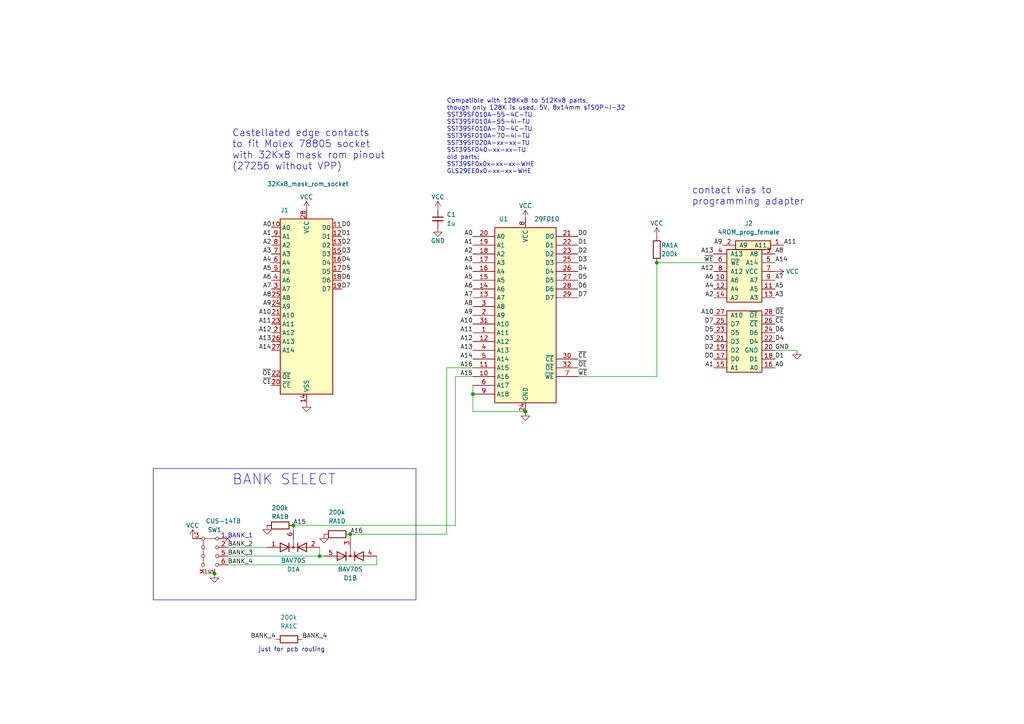
<source format=kicad_sch>
(kicad_sch (version 20231120) (generator "eeschema") (generator_version "8.0")
  (paper "A4")
  (title_block (title "M4ROM 27256") (date "2025-02-21") (rev "005") (company "Brian K. White b.kenyon.w@gmail.com") (comment 1 "CC-BY-SA") (comment 2 "4-bank ROM for 78805 socket with standard mask rom JEDEC pinout"))
  (lib_symbols
    (symbol "000_LOCAL:29F040"
      (property "Reference" "U" (at -8.128 24.384 0))
      (property "Value" "29F040" (at 1.016 24.384 0))
      (symbol "29F040_0_1"
        (rectangle (start -8.89 22.86) (end 8.89 -27.94) (stroke (width 0.254)) (fill (type background)))
      )
      (symbol "29F040_1_1"
        (pin input line (at -15.24 -7.62 0) (length 6.35) (name "A11") (number "1"))
        (pin input line (at -15.24 -20.32 0) (length 6.35) (name "A16") (number "10"))
        (pin input line (at -15.24 -17.78 0) (length 6.35) (name "A15") (number "11"))
        (pin input line (at -15.24 -10.16 0) (length 6.35) (name "A12") (number "12"))
        (pin input line (at -15.24 2.54 0) (length 6.35) (name "A7") (number "13"))
        (pin input line (at -15.24 5.08 0) (length 6.35) (name "A6") (number "14"))
        (pin input line (at -15.24 7.62 0) (length 6.35) (name "A5") (number "15"))
        (pin input line (at -15.24 10.16 0) (length 6.35) (name "A4") (number "16"))
        (pin input line (at -15.24 12.7 0) (length 6.35) (name "A3") (number "17"))
        (pin input line (at -15.24 15.24 0) (length 6.35) (name "A2") (number "18"))
        (pin input line (at -15.24 17.78 0) (length 6.35) (name "A1") (number "19"))
        (pin input line (at -15.24 -2.54 0) (length 6.35) (name "A9") (number "2"))
        (pin input line (at -15.24 20.32 0) (length 6.35) (name "A0") (number "20"))
        (pin tri_state line (at 15.24 20.32 180) (length 6.35) (name "D0") (number "21"))
        (pin tri_state line (at 15.24 17.78 180) (length 6.35) (name "D1") (number "22"))
        (pin tri_state line (at 15.24 15.24 180) (length 6.35) (name "D2") (number "23"))
        (pin input line (at 0 -30.48 90) (length 2.54) (name "GND") (number "24"))
        (pin tri_state line (at 15.24 12.7 180) (length 6.35) (name "D3") (number "25"))
        (pin tri_state line (at 15.24 10.16 180) (length 6.35) (name "D4") (number "26"))
        (pin tri_state line (at 15.24 7.62 180) (length 6.35) (name "D5") (number "27"))
        (pin tri_state line (at 15.24 5.08 180) (length 6.35) (name "D6") (number "28"))
        (pin tri_state line (at 15.24 2.54 180) (length 6.35) (name "D7") (number "29"))
        (pin input line (at -15.24 0 0) (length 6.35) (name "A8") (number "3"))
        (pin input line (at 15.24 -15.24 180) (length 6.35) (name "~{CE}") (number "30"))
        (pin input line (at -15.24 -5.08 0) (length 6.35) (name "A10") (number "31"))
        (pin input line (at 15.24 -17.78 180) (length 6.35) (name "~{OE}") (number "32"))
        (pin input line (at -15.24 -12.7 0) (length 6.35) (name "A13") (number "4"))
        (pin input line (at -15.24 -15.24 0) (length 6.35) (name "A14") (number "5"))
        (pin input line (at -15.24 -22.86 0) (length 6.35) (name "A17") (number "6"))
        (pin input line (at 15.24 -20.32 180) (length 6.35) (name "~{WE}") (number "7"))
        (pin input line (at 0 25.4 270) (length 2.54) (name "VCC") (number "8"))
        (pin input line (at -15.24 -25.4 0) (length 6.35) (name "A18") (number "9"))
      )
    )
    (symbol "000_LOCAL:32Kx8_mask_rom_socket"
      (property "Reference" "U" (at -7.62 26.67 0))
      (property "Value" "32Kx8_mask_rom_socket" (at 0.762 26.67 0))
      (symbol "32Kx8_mask_rom_socket_1_1"
        (rectangle (start -7.62 25.4) (end 7.62 -25.4) (stroke (width 0.254)) (fill (type background)))
        (pin no_connect line (at -7.62 -17.78 0) (length 2.54) hide (name "NC(VPP)") (number "1"))
        (pin output line (at -10.16 22.86 0) (length 2.54) (name "A0") (number "10"))
        (pin tri_state line (at 10.16 22.86 180) (length 2.54) (name "D0") (number "11"))
        (pin tri_state line (at 10.16 20.32 180) (length 2.54) (name "D1") (number "12"))
        (pin tri_state line (at 10.16 17.78 180) (length 2.54) (name "D2") (number "13"))
        (pin power_out line (at 0 -27.94 90) (length 2.54) (name "VSS") (number "14"))
        (pin tri_state line (at 10.16 15.24 180) (length 2.54) (name "D3") (number "15"))
        (pin tri_state line (at 10.16 12.7 180) (length 2.54) (name "D4") (number "16"))
        (pin tri_state line (at 10.16 10.16 180) (length 2.54) (name "D5") (number "17"))
        (pin tri_state line (at 10.16 7.62 180) (length 2.54) (name "D6") (number "18"))
        (pin tri_state line (at 10.16 5.08 180) (length 2.54) (name "D7") (number "19"))
        (pin output line (at -10.16 -7.62 0) (length 2.54) (name "A12") (number "2"))
        (pin output line (at -10.16 -22.86 0) (length 2.54) (name "~{CE}") (number "20"))
        (pin output line (at -10.16 -2.54 0) (length 2.54) (name "A10") (number "21"))
        (pin output line (at -10.16 -20.32 0) (length 2.54) (name "~{OE}") (number "22"))
        (pin output line (at -10.16 -5.08 0) (length 2.54) (name "A11") (number "23"))
        (pin output line (at -10.16 0 0) (length 2.54) (name "A9") (number "24"))
        (pin output line (at -10.16 2.54 0) (length 2.54) (name "A8") (number "25"))
        (pin output line (at -10.16 -10.16 0) (length 2.54) (name "A13") (number "26"))
        (pin output line (at -10.16 -12.7 0) (length 2.54) (name "A14") (number "27"))
        (pin power_out line (at 0 27.94 270) (length 2.54) (name "VCC") (number "28"))
        (pin output line (at -10.16 5.08 0) (length 2.54) (name "A7") (number "3"))
        (pin output line (at -10.16 7.62 0) (length 2.54) (name "A6") (number "4"))
        (pin output line (at -10.16 10.16 0) (length 2.54) (name "A5") (number "5"))
        (pin output line (at -10.16 12.7 0) (length 2.54) (name "A4") (number "6"))
        (pin output line (at -10.16 15.24 0) (length 2.54) (name "A3") (number "7"))
        (pin output line (at -10.16 17.78 0) (length 2.54) (name "A2") (number "8"))
        (pin output line (at -10.16 20.32 0) (length 2.54) (name "A1") (number "9"))
      )
    )
    (symbol "000_LOCAL:4ROM_prog" (pin_names (offset 1.016))
      (property "Reference" "J" (at 0 20.32 0))
      (property "Value" "4ROM_prog" (at 0 -20.32 0))
      (symbol "4ROM_prog_1_1"
        (rectangle (start -5.08 -1.27) (end 5.08 -19.05) (stroke (width 0.254)) (fill (type background)))
        (rectangle (start -5.08 16.51) (end 5.08 1.27) (stroke (width 0.254)) (fill (type background)))
        (rectangle (start -2.54 19.05) (end 7.62 16.51) (stroke (width 0.254)) (fill (type background)))
        (pin passive line (at 11.43 17.78 180) (length 3.81) (name "A11") (number "1"))
        (pin passive line (at -8.89 7.62 0) (length 3.81) (name "A6") (number "10"))
        (pin passive line (at 8.89 5.08 180) (length 3.81) (name "A5") (number "11"))
        (pin passive line (at -8.89 5.08 0) (length 3.81) (name "A4") (number "12"))
        (pin passive line (at 8.89 2.54 180) (length 3.81) (name "A3") (number "13"))
        (pin passive line (at -8.89 2.54 0) (length 3.81) (name "A2") (number "14"))
        (pin passive line (at -8.89 -17.78 0) (length 3.81) (name "A1") (number "15"))
        (pin passive line (at 8.89 -17.78 180) (length 3.81) (name "A0") (number "16"))
        (pin passive line (at -8.89 -15.24 0) (length 3.81) (name "D0") (number "17"))
        (pin passive line (at 8.89 -15.24 180) (length 3.81) (name "D1") (number "18"))
        (pin passive line (at -8.89 -12.7 0) (length 3.81) (name "D2") (number "19"))
        (pin passive line (at -6.35 17.78 0) (length 3.81) (name "A9") (number "2"))
        (pin passive line (at 8.89 -12.7 180) (length 3.81) (name "GND") (number "20"))
        (pin passive line (at -8.89 -10.16 0) (length 3.81) (name "D3") (number "21"))
        (pin passive line (at 8.89 -10.16 180) (length 3.81) (name "D4") (number "22"))
        (pin passive line (at -8.89 -7.62 0) (length 3.81) (name "D5") (number "23"))
        (pin passive line (at 8.89 -7.62 180) (length 3.81) (name "D6") (number "24"))
        (pin passive line (at -8.89 -5.08 0) (length 3.81) (name "D7") (number "25"))
        (pin passive line (at 8.89 -5.08 180) (length 3.81) (name "~{CE}") (number "26"))
        (pin passive line (at -8.89 -2.54 0) (length 3.81) (name "A10") (number "27"))
        (pin passive line (at 8.89 -2.54 180) (length 3.81) (name "~{OE}") (number "28"))
        (pin passive line (at 8.89 15.24 180) (length 3.81) (name "A8") (number "3"))
        (pin passive line (at -8.89 15.24 0) (length 3.81) (name "A13") (number "4"))
        (pin passive line (at 8.89 12.7 180) (length 3.81) (name "A14") (number "5"))
        (pin passive line (at -8.89 12.7 0) (length 3.81) (name "~{WE}") (number "6"))
        (pin passive line (at 8.89 10.16 180) (length 3.81) (name "VCC") (number "7"))
        (pin passive line (at -8.89 10.16 0) (length 3.81) (name "A12") (number "8"))
        (pin passive line (at 8.89 7.62 180) (length 3.81) (name "A7") (number "9"))
      )
    )
    (symbol "000_LOCAL:BAV70S" (pin_names (offset 0.762) hide)
      (property "Reference" "D" (at 0.635 -2.54 0))
      (property "Value" "BAV70S" (at 0 2.54 0))
      (symbol "BAV70S_0_1"
        (polyline (pts (xy -3.81 0) (xy 3.81 0)))
        (polyline (pts (xy 0 0) (xy 0 -2.54)))
        (polyline (pts (xy -1.27 -1.27) (xy -1.27 1.27) (xy -1.27 1.27)) (stroke (width 0.254)))
        (polyline (pts (xy 1.27 -1.27) (xy 1.27 1.27) (xy 1.27 1.27)) (stroke (width 0.254)))
        (polyline (pts (xy -3.81 1.27) (xy -1.27 0) (xy -3.81 -1.27) (xy -3.81 1.27) (xy -3.81 1.27) (xy -3.81 1.27)) (stroke (width 0.254)))
        (polyline (pts (xy 3.81 -1.27) (xy 1.27 0) (xy 3.81 1.27) (xy 3.81 -1.27) (xy 3.81 -1.27) (xy 3.81 -1.27)) (stroke (width 0.254)))
        (circle (center 0 0) (radius 0.254) (fill (type outline)))
      )
      (symbol "BAV70S_1_1"
        (pin passive line (at -7.62 0 0) (length 3.81) (name "A") (number "1"))
        (pin passive line (at 7.62 0 180) (length 3.81) (name "A") (number "2"))
        (pin passive line (at 0 -5.08 90) (length 2.54) (name "K") (number "6"))
      )
      (symbol "BAV70S_2_1"
        (pin passive line (at 0 -5.08 90) (length 2.54) (name "K") (number "3"))
        (pin passive line (at -7.62 0 0) (length 3.81) (name "A") (number "4"))
        (pin passive line (at 7.62 0 180) (length 3.81) (name "A") (number "5"))
      )
    )
    (symbol "000_LOCAL:C" (pin_numbers hide) (pin_names (offset 0.254) hide)
      (property "Reference" "C" (at 0.254 1.778 0))
      (property "Value" "C" (at 0.254 -2.032 0))
      (symbol "C_0_1"
        (polyline (pts (xy -1.524 -0.508) (xy 1.524 -0.508)) (stroke (width 0.3302)))
        (polyline (pts (xy -1.524 0.508) (xy 1.524 0.508)) (stroke (width 0.3048)))
      )
      (symbol "C_1_1"
        (pin passive line (at 0 2.54 270) (length 2.032) (name "~") (number "1"))
        (pin passive line (at 0 -2.54 90) (length 2.032) (name "~") (number "2"))
      )
    )
    (symbol "000_LOCAL:GND" (power) (pin_names (offset 0))
      (property "Value" "GND" (at 0 -3.81 0))
      (symbol "GND_0_1"
        (polyline (pts (xy 0 0) (xy 0 -1.27) (xy 1.27 -1.27) (xy 0 -2.54) (xy -1.27 -1.27) (xy 0 -1.27)))
      )
      (symbol "GND_1_1"
        (pin power_in line (at 0 0 270) (length 0) hide (name "GND") (number "1"))
      )
    )
    (symbol "000_LOCAL:R_Array_04" (pin_numbers hide) (pin_names (offset 0) hide)
      (property "Reference" "RA" (at 2.032 0 90))
      (property "Value" "R_Array_04" (at -2.032 0 90))
      (symbol "R_Array_04_0_1"
        (rectangle (start 1.016 2.54) (end -1.016 -2.54) (stroke (width 0.254)))
      )
      (symbol "R_Array_04_1_1"
        (pin passive line (at 0 3.81 270) (length 1.27) (name "R1.1") (number "1"))
        (pin passive line (at 0 -3.81 90) (length 1.27) (name "R1.2") (number "8"))
      )
      (symbol "R_Array_04_2_1"
        (pin passive line (at 0 3.81 270) (length 1.27) (name "R2.1") (number "2"))
        (pin passive line (at 0 -3.81 90) (length 1.27) (name "R2.2") (number "7"))
      )
      (symbol "R_Array_04_3_1"
        (pin passive line (at 0 3.81 270) (length 1.27) (name "R3.1") (number "3"))
        (pin passive line (at 0 -3.81 90) (length 1.27) (name "R3.2") (number "6"))
      )
      (symbol "R_Array_04_4_1"
        (pin passive line (at 0 3.81 270) (length 1.27) (name "R4.1") (number "4"))
        (pin passive line (at 0 -3.81 90) (length 1.27) (name "R4.2") (number "5"))
      )
    )
    (symbol "000_LOCAL:SW_1P4T_CUS-14B_-_PTH" (pin_names (offset 0) hide)
      (property "Reference" "SW" (at 0 6.35 0))
      (property "Value" "SW_1P4T_CUS-14B_-_PTH" (at 0 8.89 0))
      (symbol "SW_1P4T_CUS-14B_-_PTH_0_1"
        (circle (center -2.032 -3.81) (radius 0.4572))
        (circle (center -2.032 -1.27) (radius 0.4572))
        (circle (center -2.032 1.27) (radius 0.4572))
        (circle (center -2.032 3.81) (radius 0.4572))
        (polyline (pts (xy -2.032 -1.778) (xy -2.032 -3.302)) (stroke (width 0.1524)))
        (polyline (pts (xy -2.032 0.762) (xy -2.032 -0.762)) (stroke (width 0.1524)))
        (polyline (pts (xy -2.032 3.302) (xy -2.032 1.778)) (stroke (width 0.1524)))
        (polyline (pts (xy -1.524 3.81) (xy 1.524 3.81)) (stroke (width 0.1524)))
        (circle (center 2.032 -3.81) (radius 0.4572))
        (circle (center 2.032 -1.27) (radius 0.4572))
        (circle (center 2.032 1.27) (radius 0.4572))
        (circle (center 2.032 3.81) (radius 0.4572))
      )
      (symbol "SW_1P4T_CUS-14B_-_PTH_1_1"
        (pin passive line (at 5.08 3.81 180) (length 2.54) (name "1") (number "1"))
        (pin passive line (at 5.08 1.27 180) (length 2.54) (name "2") (number "2"))
        (pin passive line (at -5.08 3.81 0) (length 2.54) (name "C") (number "3"))
        (pin passive line (at -5.08 3.81 0) (length 2.54) hide (name "C") (number "4"))
        (pin passive line (at 5.08 -1.27 180) (length 2.54) (name "5") (number "5"))
        (pin passive line (at 5.08 -3.81 180) (length 2.54) (name "6") (number "6"))
        (pin passive line (at -1.27 -6.35 90) (length 1.27) (name "M") (number "M"))
        (pin passive line (at 1.27 -6.35 90) (length 1.27) (name "S") (number "S"))
      )
    )
    (symbol "000_LOCAL:VCC" (power) (pin_names (offset 0))
      (property "Value" "VCC" (at 0 3.81 0))
      (symbol "VCC_0_1"
        (polyline (pts (xy -0.762 1.27) (xy 0 2.54)))
        (polyline (pts (xy 0 0) (xy 0 2.54)))
        (polyline (pts (xy 0 2.54) (xy 0.762 1.27)))
      )
      (symbol "VCC_1_1"
        (pin power_in line (at 0 0 90) (length 0) hide (name "VCC") (number "1"))
      )
    )
    (symbol "0_LOCAL:GND" (power) (pin_names (offset 0))
      (property "Value" "GND" (at 0 -3.81 0))
      (symbol "GND_0_1"
        (polyline (pts (xy 0 0) (xy 0 -1.27) (xy 1.27 -1.27) (xy 0 -2.54) (xy -1.27 -1.27) (xy 0 -1.27)))
      )
      (symbol "GND_1_1"
        (pin power_in line (at 0 0 270) (length 0) hide (name "GND") (number "1"))
      )
    )
    (symbol "BAV70S_1" (pin_names (offset 0.762) hide)
      (property "Reference" "D" (at 0.635 -2.54 0))
      (property "Value" "BAV70S" (at 0 2.54 0))
      (symbol "BAV70S_1_0_1"
        (polyline (pts (xy -3.81 0) (xy 3.81 0)))
        (polyline (pts (xy 0 0) (xy 0 -2.54)))
        (polyline (pts (xy -1.27 -1.27) (xy -1.27 1.27) (xy -1.27 1.27)) (stroke (width 0.254)))
        (polyline (pts (xy 1.27 -1.27) (xy 1.27 1.27) (xy 1.27 1.27)) (stroke (width 0.254)))
        (polyline (pts (xy -3.81 1.27) (xy -1.27 0) (xy -3.81 -1.27) (xy -3.81 1.27) (xy -3.81 1.27) (xy -3.81 1.27)) (stroke (width 0.254)))
        (polyline (pts (xy 3.81 -1.27) (xy 1.27 0) (xy 3.81 1.27) (xy 3.81 -1.27) (xy 3.81 -1.27) (xy 3.81 -1.27)) (stroke (width 0.254)))
        (circle (center 0 0) (radius 0.254) (fill (type outline)))
      )
      (symbol "BAV70S_1_1_1"
        (pin passive line (at -7.62 0 0) (length 3.81) (name "A") (number "1"))
        (pin passive line (at 7.62 0 180) (length 3.81) (name "A") (number "2"))
        (pin passive line (at 0 -5.08 90) (length 2.54) (name "K") (number "6"))
      )
      (symbol "BAV70S_1_2_1"
        (pin passive line (at 0 -5.08 90) (length 2.54) (name "K") (number "3"))
        (pin passive line (at -7.62 0 0) (length 3.81) (name "A") (number "4"))
        (pin passive line (at 7.62 0 180) (length 3.81) (name "A") (number "5"))
      )
    )
    (symbol "power:VCC" (power) (pin_names (offset 0))
      (property "Value" "VCC" (at 0 3.81 0))
      (symbol "VCC_0_1"
        (polyline (pts (xy -0.762 1.27) (xy 0 2.54)))
        (polyline (pts (xy 0 0) (xy 0 2.54)))
        (polyline (pts (xy 0 2.54) (xy 0.762 1.27)))
      )
      (symbol "VCC_1_1"
        (pin power_in line (at 0 0 90) (length 0) hide (name "VCC") (number "1"))
      )
    )
  )
  (junction (at 85.09 152.4))
  (junction (at 152.4 119.38))
  (junction (at 62.23 166.37))
  (junction (at 101.6 154.94))
  (junction (at 92.71 161.29))
  (junction (at 190.5 76.2))
  (junction (at 137.16 114.3))
  (no_connect (at 66.04 156.21))
  (wire (pts (xy 129.54 106.68) (xy 137.16 106.68)))
  (wire (pts (xy 66.04 163.83) (xy 109.22 163.83)))
  (polyline (pts (xy 44.45 135.89) (xy 120.65 135.89)))
  (wire (pts (xy 85.09 152.4) (xy 85.09 153.67)))
  (polyline (pts (xy 44.45 135.89) (xy 44.45 173.99)))
  (wire (pts (xy 85.09 152.4) (xy 132.08 152.4)))
  (wire (pts (xy 132.08 109.22) (xy 132.08 152.4)))
  (wire (pts (xy 137.16 119.38) (xy 152.4 119.38)))
  (wire (pts (xy 190.5 76.2) (xy 207.01 76.2)))
  (wire (pts (xy 66.04 158.75) (xy 77.47 158.75)))
  (wire (pts (xy 59.69 166.37) (xy 62.23 166.37)))
  (wire (pts (xy 92.71 161.29) (xy 93.98 161.29)))
  (wire (pts (xy 224.79 101.6) (xy 231.14 101.6)))
  (wire (pts (xy 92.71 158.75) (xy 92.71 161.29)))
  (wire (pts (xy 190.5 109.22) (xy 190.5 76.2)))
  (wire (pts (xy 129.54 106.68) (xy 129.54 154.94)))
  (wire (pts (xy 101.6 154.94) (xy 129.54 154.94)))
  (wire (pts (xy 109.22 163.83) (xy 109.22 161.29)))
  (polyline (pts (xy 44.45 173.99) (xy 120.65 173.99)))
  (wire (pts (xy 137.16 114.3) (xy 137.16 119.38)))
  (wire (pts (xy 66.04 161.29) (xy 92.71 161.29)))
  (wire (pts (xy 137.16 111.76) (xy 137.16 114.3)))
  (polyline (pts (xy 120.65 173.99) (xy 120.65 135.89)))
  (wire (pts (xy 132.08 109.22) (xy 137.16 109.22)))
  (wire (pts (xy 101.6 154.94) (xy 101.6 156.21)))
  (wire (pts (xy 167.64 109.22) (xy 190.5 109.22)))
  (text "Castellated edge contacts\nto fit Molex 78805 socket\nwith 32Kx8 mask rom pinout\n(27256 without VPP)" (at 67.31 49.53 0) (effects (font (size 2 2)) (justify left bottom)))
  (text "BANK_1" (at 66.04 156.21 0) (effects (font (size 1.27 1.27)) (justify left bottom)))
  (text "Compatible with 128Kx8 to 512Kx8 parts,\nthough only 128K is used. 5V. 8x14mm sTSOP-I-32\nSST39SF010A-55-4C-TU\nSST39SF010A-55-4I-TU\nSST39SF010A-70-4C-TU\nSST39SF010A-70-4I-TU\nSST39SF020A-xx-xx-TU\nSST39SF040-xx-xx-TU\nold parts:\nSST39SF0x0x-xx-xx-WHE\nGLS29EE0x0-xx-xx-WHE" (at 129.54 50.546 0) (effects (font (size 1.27 1.27)) (justify left bottom)))
  (text "just for pcb routing" (at 74.93 189.23 0) (effects (font (size 1.27 1.27)) (justify left bottom)))
  (text "contact vias to\nprogramming adapter" (at 200.66 59.69 0) (effects (font (size 2 2)) (justify left bottom)))
  (text "BANK SELECT" (at 67.31 140.97 0) (effects (font (size 3 3)) (justify left bottom)))
  (label "A6" (at 137.16 83.82 180))
  (label "D7" (at 207.01 93.98 180))
  (label "D6" (at 99.06 81.28 0))
  (label "BANK_4" (at 80.01 185.42 180))
  (label "A11" (at 78.74 93.98 180))
  (label "~{OE}" (at 167.64 106.68 0))
  (label "A11" (at 227.33 71.12 0))
  (label "~{OE}" (at 78.74 109.22 180))
  (label "A10" (at 207.01 91.44 180))
  (label "D4" (at 99.06 76.2 0))
  (label "A16" (at 101.6 154.94 0))
  (label "A9" (at 137.16 91.44 180))
  (label "GND" (at 224.79 101.6 0))
  (label "D0" (at 207.01 104.14 180))
  (label "BANK_3" (at 66.04 161.29 0))
  (label "A12" (at 137.16 99.06 180))
  (label "D6" (at 167.64 83.82 0))
  (label "A5" (at 78.74 78.74 180))
  (label "A14" (at 78.74 101.6 180))
  (label "A13" (at 207.01 73.66 180))
  (label "BANK_4" (at 66.04 163.83 0))
  (label "D5" (at 167.64 81.28 0))
  (label "D5" (at 207.01 96.52 180))
  (label "A2" (at 207.01 86.36 180))
  (label "A2" (at 137.16 73.66 180))
  (label "D0" (at 99.06 66.04 0))
  (label "A6" (at 207.01 81.28 180))
  (label "~{CE}" (at 78.74 111.76 180))
  (label "A12" (at 78.74 96.52 180))
  (label "D3" (at 99.06 73.66 0))
  (label "A15" (at 137.16 109.22 180))
  (label "A0" (at 78.74 66.04 180))
  (label "D3" (at 207.01 99.06 180))
  (label "A14" (at 137.16 104.14 180))
  (label "A4" (at 207.01 83.82 180))
  (label "D2" (at 99.06 71.12 0))
  (label "D7" (at 167.64 86.36 0))
  (label "A9" (at 78.74 88.9 180))
  (label "A3" (at 137.16 76.2 180))
  (label "D6" (at 224.79 96.52 0))
  (label "D0" (at 167.64 68.58 0))
  (label "A4" (at 137.16 78.74 180))
  (label "A3" (at 224.79 86.36 0))
  (label "~{WE}" (at 167.64 109.22 0))
  (label "A10" (at 137.16 93.98 180))
  (label "~{CE}" (at 167.64 104.14 0))
  (label "A7" (at 78.74 83.82 180))
  (label "A8" (at 137.16 88.9 180))
  (label "A2" (at 78.74 71.12 180))
  (label "A13" (at 78.74 99.06 180))
  (label "D2" (at 167.64 73.66 0))
  (label "A11" (at 137.16 96.52 180))
  (label "D7" (at 99.06 83.82 0))
  (label "A3" (at 78.74 73.66 180))
  (label "A10" (at 78.74 91.44 180))
  (label "A4" (at 78.74 76.2 180))
  (label "D2" (at 207.01 101.6 180))
  (label "D1" (at 224.79 104.14 0))
  (label "D1" (at 99.06 68.58 0))
  (label "A7" (at 137.16 86.36 180))
  (label "A1" (at 78.74 68.58 180))
  (label "A13" (at 137.16 101.6 180))
  (label "~{WE}" (at 207.01 76.2 180))
  (label "~{CE}" (at 224.79 93.98 0))
  (label "A5" (at 137.16 81.28 180))
  (label "D5" (at 99.06 78.74 0))
  (label "A0" (at 137.16 68.58 180))
  (label "A15" (at 85.09 152.4 0))
  (label "~{OE}" (at 224.79 91.44 0))
  (label "D4" (at 167.64 78.74 0))
  (label "A9" (at 209.55 71.12 180))
  (label "A8" (at 78.74 86.36 180))
  (label "A12" (at 207.01 78.74 180))
  (label "A16" (at 137.16 106.68 180))
  (label "A6" (at 78.74 81.28 180))
  (label "A0" (at 224.79 106.68 0))
  (label "BANK_2" (at 66.04 158.75 0))
  (label "A5" (at 224.79 83.82 0))
  (label "A1" (at 207.01 106.68 180))
  (label "D4" (at 224.79 99.06 0))
  (label "A8" (at 224.79 73.66 0))
  (label "D3" (at 167.64 76.2 0))
  (label "D1" (at 167.64 71.12 0))
  (label "BANK_4" (at 87.63 185.42 0))
  (label "A7" (at 224.79 81.28 0))
  (label "A14" (at 224.79 76.2 0))
  (label "A1" (at 137.16 71.12 180))
  (symbol (lib_id "000_LOCAL:29F040") (at 152.4 88.9 0) (unit 1)
    (property "Reference" "U1" (at 146.05 63.5 0))
    (property "Value" "29F010" (at 154.94 63.5 0) (effects (justify left)))
    (property "Footprint" "000_LOCAL:TSOP32-14mm" (effects (hide yes)))
    (property "Datasheet" "datasheets/29F040.pdf" (effects (hide yes)))
    (property "Description" "IC FLASH 128K-512Kx8 5V PARALLEL 32TSOP 8x14mm" (effects (hide yes)))
    (property "MPN" "SST39SF010A-70-4C-TU" (effects (hide yes)))
  )
  (symbol (lib_id "000_LOCAL:32Kx8_mask_rom_socket") (at 88.9 88.9 0) (unit 1) (in_bom no)
    (property "Reference" "J1" (at 82.55 60.96 0))
    (property "Value" "32Kx8_mask_rom_socket" (at 77.47 53.34 0) (effects (justify left)))
    (property "Footprint" "000_LOCAL:Molex78802_PCB_28" (effects (hide yes)))
  )
  (symbol (lib_id "000_LOCAL:VCC") (at 152.4 63.5 0) (unit 1)
    (property "Reference" "#PWR0101" (effects (hide yes)))
    (property "Value" "VCC" (at 152.4 59.69 0))
  )
  (symbol (lib_id "000_LOCAL:VCC") (at 88.9 60.96 0) (unit 1)
    (property "Reference" "#PWR0102" (effects (hide yes)))
    (property "Value" "VCC" (at 88.9 57.15 0))
  )
  (symbol (lib_id "000_LOCAL:VCC") (at 190.5 68.58 0) (mirror y) (unit 1)
    (property "Reference" "#PWR0105" (effects (hide yes)))
    (property "Value" "VCC" (at 190.5 64.77 0))
  )
  (symbol (lib_id "000_LOCAL:R_Array_04") (at 190.5 72.39 0) (mirror x) (unit 1)
    (property "Reference" "RA1" (at 191.77 71.12 0) (effects (justify left)))
    (property "Value" "200k" (at 191.77 73.66 0) (effects (justify left)))
    (property "Footprint" "000_LOCAL:R_Array_Convex_4x0612" (effects (hide yes)))
    (property "Datasheet" "datasheets/YC164.pdf" (effects (hide yes)))
    (property "Description" "RES ARRAY 4 x 200K isolated 1206 4x0612 convex" (effects (hide yes)))
    (property "MPN" "YC164-JR-07200KL" (effects (hide yes)))
  )
  (symbol (lib_id "000_LOCAL:SW_1P4T_CUS-14B_-_PTH") (at 60.96 160.02 0) (unit 1)
    (property "Reference" "SW1" (at 62.23 153.67 0))
    (property "Value" "CUS-14TB" (at 64.77 151.13 0))
    (property "Footprint" "000_LOCAL:SW_SP4T_CUS-14B - PTH" (effects (hide yes)))
    (property "Datasheet" "datasheets/cus.pdf" (effects (hide yes)))
    (property "Description" "CUS-14TB Switch, 4 position, single pole 4 throw, 4 position switch, SP4T" (effects (hide yes)))
    (property "MPN" "CUS-14TB" (effects (hide yes)))
  )
  (symbol (lib_name "BAV70S_1") (lib_id "000_LOCAL:BAV70S") (at 85.09 158.75 0) (mirror x) (unit 1)
    (property "Reference" "D1" (at 85.09 165.1 0))
    (property "Value" "BAV70S" (at 85.09 162.56 0))
    (property "Footprint" "000_LOCAL:TSSOP-6-symmetric" (effects (hide yes)))
    (property "Datasheet" "datasheets/BAV70S.pdf" (effects (hide yes)))
    (property "Description" "BAV70S 100V 250mA high-speed switching diodes, dual common cathode, SOT-363" (effects (hide yes)))
    (property "MPN" "BAV70S,115" (effects (hide yes)))
  )
  (symbol (lib_id "0_LOCAL:GND") (at 231.14 101.6 0) (mirror y) (unit 1)
    (property "Reference" "#PWR07" (effects (hide yes)))
    (property "Value" "GND" (effects (hide yes)))
  )
  (symbol (lib_id "000_LOCAL:BAV70S") (at 101.6 161.29 180) (unit 2)
    (property "Reference" "D1" (at 101.6 167.64 0))
    (property "Value" "BAV70S" (at 101.6 165.1 0))
    (property "Footprint" "000_LOCAL:TSSOP-6-symmetric" (effects (hide yes)))
    (property "Datasheet" "datasheets/BAV70S.pdf" (effects (hide yes)))
    (property "Description" "BAV70S 100V 250mA high-speed switching diodes, dual common cathode, SOT-363" (effects (hide yes)))
    (property "MPN" "BAV70S,115" (effects (hide yes)))
  )
  (symbol (lib_id "power:VCC") (at 55.88 156.21 0) (unit 1)
    (property "Reference" "#PWR01" (effects (hide yes)))
    (property "Value" "VCC" (at 55.88 152.4 0))
  )
  (symbol (lib_id "000_LOCAL:GND") (at 127 66.04 0) (unit 1)
    (property "Reference" "#PWR0115" (effects (hide yes)))
    (property "Value" "GND" (at 127 69.85 0))
  )
  (symbol (lib_id "0_LOCAL:GND") (at 152.4 119.38 0) (mirror y) (unit 1)
    (property "Reference" "#PWR06" (effects (hide yes)))
    (property "Value" "GND" (effects (hide yes)))
  )
  (symbol (lib_id "000_LOCAL:C") (at 127 63.5 0) (unit 1)
    (property "Reference" "C1" (at 129.54 62.2362 0) (effects (justify left)))
    (property "Value" "1u" (at 129.54 64.7762 0) (effects (justify left)))
    (property "Footprint" "000_LOCAL:C_0805" (effects (hide yes)))
    (property "Datasheet" "datasheets/CL21B105KBFNNNE.pdf" (effects (hide yes)))
    (property "Description" "CAP CER 1UF 16V+ 0805" (effects (hide yes)))
    (property "MPN" "CL21B105KBFNNNE" (effects (hide yes)))
  )
  (symbol (lib_id "000_LOCAL:R_Array_04") (at 83.82 185.42 270) (mirror x) (unit 3)
    (property "Reference" "RA1" (at 81.28 181.61 90) (effects (justify left)))
    (property "Value" "200k" (at 81.28 179.07 90) (effects (justify left)))
    (property "Footprint" "000_LOCAL:R_Array_Convex_4x0612" (effects (hide yes)))
    (property "Datasheet" "datasheets/YC164.pdf" (effects (hide yes)))
    (property "Description" "RES ARRAY 4 x 200K isolated 1206 4x0612 convex" (effects (hide yes)))
    (property "MPN" "YC164-JR-07200KL" (effects (hide yes)))
  )
  (symbol (lib_id "0_LOCAL:GND") (at 88.9 116.84 0) (mirror y) (unit 1)
    (property "Reference" "#PWR05" (effects (hide yes)))
    (property "Value" "GND" (effects (hide yes)))
  )
  (symbol (lib_id "000_LOCAL:VCC") (at 224.79 78.74 270) (unit 1)
    (property "Reference" "#PWR0110" (effects (hide yes)))
    (property "Value" "VCC" (at 229.87 78.74 90))
  )
  (symbol (lib_id "000_LOCAL:VCC") (at 127 60.96 0) (unit 1)
    (property "Reference" "#PWR0116" (effects (hide yes)))
    (property "Value" "VCC" (at 127 57.15 0))
  )
  (symbol (lib_id "0_LOCAL:GND") (at 93.98 154.94 0) (mirror y) (unit 1)
    (property "Reference" "#PWR04" (effects (hide yes)))
    (property "Value" "GND" (effects (hide yes)))
  )
  (symbol (lib_id "000_LOCAL:4ROM_prog") (at 215.9 88.9 0) (unit 1) (in_bom no)
    (property "Reference" "J2" (at 217.17 64.77 0))
    (property "Value" "4ROM_prog_female" (at 217.17 67.31 0))
    (property "Footprint" "000_LOCAL:4ROM_prog_female" (effects (hide yes)))
  )
  (symbol (lib_id "0_LOCAL:GND") (at 77.47 152.4 0) (mirror y) (unit 1)
    (property "Reference" "#PWR03" (effects (hide yes)))
    (property "Value" "GND" (effects (hide yes)))
  )
  (symbol (lib_id "0_LOCAL:GND") (at 62.23 166.37 0) (mirror y) (unit 1)
    (property "Reference" "#PWR02" (effects (hide yes)))
    (property "Value" "GND" (effects (hide yes)))
  )
  (symbol (lib_id "000_LOCAL:R_Array_04") (at 81.28 152.4 270) (mirror x) (unit 2)
    (property "Reference" "RA1" (at 78.74 149.86 90) (effects (justify left)))
    (property "Value" "200k" (at 78.74 147.32 90) (effects (justify left)))
    (property "Footprint" "000_LOCAL:R_Array_Convex_4x0612" (effects (hide yes)))
    (property "Datasheet" "datasheets/YC164.pdf" (effects (hide yes)))
    (property "Description" "RES ARRAY 4 x 200K isolated 1206 4x0612 convex" (effects (hide yes)))
    (property "MPN" "YC164-JR-07200KL" (effects (hide yes)))
  )
  (symbol (lib_id "000_LOCAL:R_Array_04") (at 97.79 154.94 270) (mirror x) (unit 4)
    (property "Reference" "RA1" (at 95.25 151.13 90) (effects (justify left)))
    (property "Value" "200k" (at 95.25 148.59 90) (effects (justify left)))
    (property "Footprint" "000_LOCAL:R_Array_Convex_4x0612" (effects (hide yes)))
    (property "Datasheet" "datasheets/YC164.pdf" (effects (hide yes)))
    (property "Description" "RES ARRAY 4 x 200K isolated 1206 4x0612 convex" (effects (hide yes)))
    (property "MPN" "YC164-JR-07200KL" (effects (hide yes)))
  )
)
</source>
